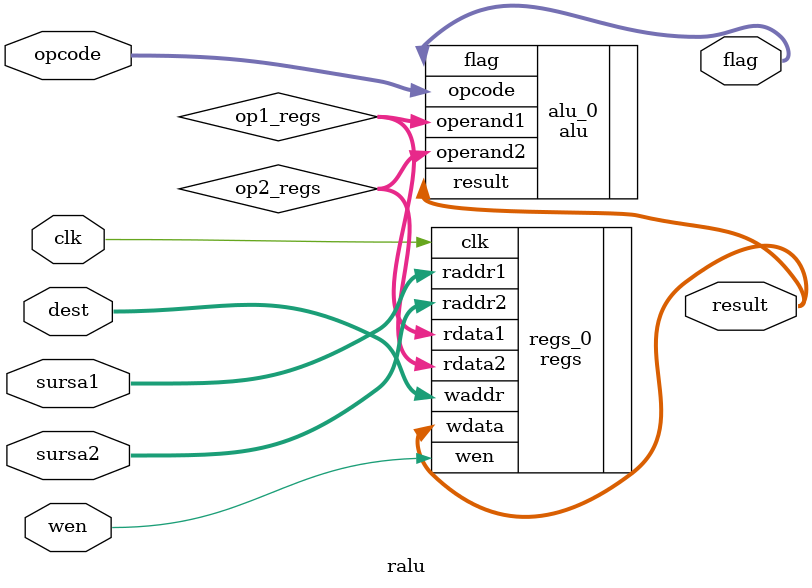
<source format=v>
module ralu(input wire clk,
            input wire [3:0]opcode,
            input wire [3:0]sursa1,
            input wire [3:0]sursa2,
            input wire [3:0]dest,
            input wire wen,
            output wire [1:0]flag,
            output wire [7:0]result

    );
    
wire [7:0]op1_regs;
wire [7:0]op2_regs;

regs regs_0 (.clk(clk),
            .raddr1(sursa1),
            .raddr2(sursa2),
            .waddr(dest),
            .wen(wen),
            .wdata(result),
            .rdata1(op1_regs),
            .rdata2(op2_regs)
    );
    
alu alu_0(.operand1(op1_regs),
          .operand2(op2_regs),
          .opcode(opcode),
          .result(result),
          .flag(flag)
            );
            
endmodule

</source>
